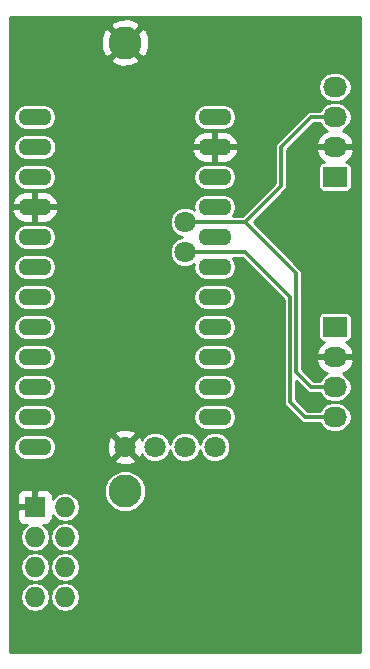
<source format=gbl>
G04 #@! TF.FileFunction,Copper,L2,Bot,Signal*
%FSLAX46Y46*%
G04 Gerber Fmt 4.6, Leading zero omitted, Abs format (unit mm)*
G04 Created by KiCad (PCBNEW 4.0.2-stable) date 4/1/2016 8:20:13 PM*
%MOMM*%
G01*
G04 APERTURE LIST*
%ADD10C,0.100000*%
%ADD11C,2.800000*%
%ADD12R,1.727200X1.727200*%
%ADD13O,1.727200X1.727200*%
%ADD14R,2.032000X1.727200*%
%ADD15O,2.032000X1.727200*%
%ADD16O,2.800000X1.400000*%
%ADD17C,1.800000*%
%ADD18C,0.300000*%
%ADD19C,0.254000*%
G04 APERTURE END LIST*
D10*
D11*
X109220000Y-112980000D03*
X109220000Y-74980000D03*
D12*
X101600000Y-114300000D03*
D13*
X104140000Y-114300000D03*
X101600000Y-116840000D03*
X104140000Y-116840000D03*
X101600000Y-119380000D03*
X104140000Y-119380000D03*
X101600000Y-121920000D03*
X104140000Y-121920000D03*
D14*
X127000000Y-86360000D03*
D15*
X127000000Y-83820000D03*
X127000000Y-81280000D03*
X127000000Y-78740000D03*
D14*
X127000000Y-99060000D03*
D15*
X127000000Y-101600000D03*
X127000000Y-104140000D03*
X127000000Y-106680000D03*
D16*
X116840000Y-81280000D03*
X101600000Y-81280000D03*
X116840000Y-83820000D03*
X101600000Y-83820000D03*
X116840000Y-86360000D03*
X101600000Y-86360000D03*
X116840000Y-88900000D03*
X101600000Y-88900000D03*
X116840000Y-91440000D03*
X101600000Y-91440000D03*
X116840000Y-93980000D03*
X101600000Y-93980000D03*
X116840000Y-96520000D03*
X101600000Y-96520000D03*
X116840000Y-99060000D03*
X101600000Y-99060000D03*
X116840000Y-101600000D03*
X101600000Y-101600000D03*
X116840000Y-104140000D03*
X101600000Y-104140000D03*
X116840000Y-106680000D03*
X101600000Y-106680000D03*
D17*
X116840000Y-109220000D03*
D16*
X101600000Y-109220000D03*
D17*
X114300000Y-90170000D03*
X114300000Y-92710000D03*
X114300000Y-109220000D03*
X111760000Y-109220000D03*
X109220000Y-109220000D03*
D18*
X127000000Y-81280000D02*
X124968000Y-81280000D01*
X122428000Y-87122000D02*
X119380000Y-90170000D01*
X122428000Y-83820000D02*
X122428000Y-87122000D01*
X124968000Y-81280000D02*
X122428000Y-83820000D01*
X114300000Y-90170000D02*
X119380000Y-90170000D01*
X124968000Y-104140000D02*
X127000000Y-104140000D01*
X123698000Y-102870000D02*
X124968000Y-104140000D01*
X123698000Y-94488000D02*
X123698000Y-102870000D01*
X119380000Y-90170000D02*
X123698000Y-94488000D01*
X114300000Y-92710000D02*
X119380000Y-92710000D01*
X124460000Y-106680000D02*
X127000000Y-106680000D01*
X123190000Y-105410000D02*
X124460000Y-106680000D01*
X123190000Y-96520000D02*
X123190000Y-105410000D01*
X119380000Y-92710000D02*
X123190000Y-96520000D01*
D19*
G36*
X129084000Y-126544000D02*
X99516000Y-126544000D01*
X99516000Y-121920000D01*
X100331017Y-121920000D01*
X100425757Y-122396288D01*
X100695552Y-122800065D01*
X101099329Y-123069860D01*
X101575617Y-123164600D01*
X101624383Y-123164600D01*
X102100671Y-123069860D01*
X102504448Y-122800065D01*
X102774243Y-122396288D01*
X102868983Y-121920000D01*
X102871017Y-121920000D01*
X102965757Y-122396288D01*
X103235552Y-122800065D01*
X103639329Y-123069860D01*
X104115617Y-123164600D01*
X104164383Y-123164600D01*
X104640671Y-123069860D01*
X105044448Y-122800065D01*
X105314243Y-122396288D01*
X105408983Y-121920000D01*
X105314243Y-121443712D01*
X105044448Y-121039935D01*
X104640671Y-120770140D01*
X104164383Y-120675400D01*
X104115617Y-120675400D01*
X103639329Y-120770140D01*
X103235552Y-121039935D01*
X102965757Y-121443712D01*
X102871017Y-121920000D01*
X102868983Y-121920000D01*
X102774243Y-121443712D01*
X102504448Y-121039935D01*
X102100671Y-120770140D01*
X101624383Y-120675400D01*
X101575617Y-120675400D01*
X101099329Y-120770140D01*
X100695552Y-121039935D01*
X100425757Y-121443712D01*
X100331017Y-121920000D01*
X99516000Y-121920000D01*
X99516000Y-119380000D01*
X100331017Y-119380000D01*
X100425757Y-119856288D01*
X100695552Y-120260065D01*
X101099329Y-120529860D01*
X101575617Y-120624600D01*
X101624383Y-120624600D01*
X102100671Y-120529860D01*
X102504448Y-120260065D01*
X102774243Y-119856288D01*
X102868983Y-119380000D01*
X102871017Y-119380000D01*
X102965757Y-119856288D01*
X103235552Y-120260065D01*
X103639329Y-120529860D01*
X104115617Y-120624600D01*
X104164383Y-120624600D01*
X104640671Y-120529860D01*
X105044448Y-120260065D01*
X105314243Y-119856288D01*
X105408983Y-119380000D01*
X105314243Y-118903712D01*
X105044448Y-118499935D01*
X104640671Y-118230140D01*
X104164383Y-118135400D01*
X104115617Y-118135400D01*
X103639329Y-118230140D01*
X103235552Y-118499935D01*
X102965757Y-118903712D01*
X102871017Y-119380000D01*
X102868983Y-119380000D01*
X102774243Y-118903712D01*
X102504448Y-118499935D01*
X102100671Y-118230140D01*
X101624383Y-118135400D01*
X101575617Y-118135400D01*
X101099329Y-118230140D01*
X100695552Y-118499935D01*
X100425757Y-118903712D01*
X100331017Y-119380000D01*
X99516000Y-119380000D01*
X99516000Y-114585750D01*
X100101400Y-114585750D01*
X100101400Y-115289910D01*
X100198073Y-115523299D01*
X100376702Y-115701927D01*
X100610091Y-115798600D01*
X100937007Y-115798600D01*
X100695552Y-115959935D01*
X100425757Y-116363712D01*
X100331017Y-116840000D01*
X100425757Y-117316288D01*
X100695552Y-117720065D01*
X101099329Y-117989860D01*
X101575617Y-118084600D01*
X101624383Y-118084600D01*
X102100671Y-117989860D01*
X102504448Y-117720065D01*
X102774243Y-117316288D01*
X102868983Y-116840000D01*
X102871017Y-116840000D01*
X102965757Y-117316288D01*
X103235552Y-117720065D01*
X103639329Y-117989860D01*
X104115617Y-118084600D01*
X104164383Y-118084600D01*
X104640671Y-117989860D01*
X105044448Y-117720065D01*
X105314243Y-117316288D01*
X105408983Y-116840000D01*
X105314243Y-116363712D01*
X105044448Y-115959935D01*
X104640671Y-115690140D01*
X104164383Y-115595400D01*
X104115617Y-115595400D01*
X103639329Y-115690140D01*
X103235552Y-115959935D01*
X102965757Y-116363712D01*
X102871017Y-116840000D01*
X102868983Y-116840000D01*
X102774243Y-116363712D01*
X102504448Y-115959935D01*
X102262993Y-115798600D01*
X102589909Y-115798600D01*
X102823298Y-115701927D01*
X103001927Y-115523299D01*
X103098600Y-115289910D01*
X103098600Y-114975102D01*
X103235552Y-115180065D01*
X103639329Y-115449860D01*
X104115617Y-115544600D01*
X104164383Y-115544600D01*
X104640671Y-115449860D01*
X105044448Y-115180065D01*
X105314243Y-114776288D01*
X105408983Y-114300000D01*
X105314243Y-113823712D01*
X105044448Y-113419935D01*
X104913905Y-113332709D01*
X107438691Y-113332709D01*
X107709261Y-113987538D01*
X108209827Y-114488978D01*
X108864183Y-114760690D01*
X109572709Y-114761309D01*
X110227538Y-114490739D01*
X110728978Y-113990173D01*
X111000690Y-113335817D01*
X111001309Y-112627291D01*
X110730739Y-111972462D01*
X110230173Y-111471022D01*
X109575817Y-111199310D01*
X108867291Y-111198691D01*
X108212462Y-111469261D01*
X107711022Y-111969827D01*
X107439310Y-112624183D01*
X107438691Y-113332709D01*
X104913905Y-113332709D01*
X104640671Y-113150140D01*
X104164383Y-113055400D01*
X104115617Y-113055400D01*
X103639329Y-113150140D01*
X103235552Y-113419935D01*
X103098600Y-113624898D01*
X103098600Y-113310090D01*
X103001927Y-113076701D01*
X102823298Y-112898073D01*
X102589909Y-112801400D01*
X101885750Y-112801400D01*
X101727000Y-112960150D01*
X101727000Y-114173000D01*
X101747000Y-114173000D01*
X101747000Y-114427000D01*
X101727000Y-114427000D01*
X101727000Y-114447000D01*
X101473000Y-114447000D01*
X101473000Y-114427000D01*
X100260150Y-114427000D01*
X100101400Y-114585750D01*
X99516000Y-114585750D01*
X99516000Y-113310090D01*
X100101400Y-113310090D01*
X100101400Y-114014250D01*
X100260150Y-114173000D01*
X101473000Y-114173000D01*
X101473000Y-112960150D01*
X101314250Y-112801400D01*
X100610091Y-112801400D01*
X100376702Y-112898073D01*
X100198073Y-113076701D01*
X100101400Y-113310090D01*
X99516000Y-113310090D01*
X99516000Y-109220000D01*
X99784108Y-109220000D01*
X99866394Y-109633681D01*
X100100726Y-109984382D01*
X100451427Y-110218714D01*
X100865108Y-110301000D01*
X102334892Y-110301000D01*
X102339120Y-110300159D01*
X108319446Y-110300159D01*
X108405852Y-110556643D01*
X108979336Y-110766458D01*
X109589460Y-110740839D01*
X110034148Y-110556643D01*
X110120554Y-110300159D01*
X109220000Y-109399605D01*
X108319446Y-110300159D01*
X102339120Y-110300159D01*
X102748573Y-110218714D01*
X103099274Y-109984382D01*
X103333606Y-109633681D01*
X103415892Y-109220000D01*
X103368022Y-108979336D01*
X107673542Y-108979336D01*
X107699161Y-109589460D01*
X107883357Y-110034148D01*
X108139841Y-110120554D01*
X109040395Y-109220000D01*
X109399605Y-109220000D01*
X110300159Y-110120554D01*
X110556643Y-110034148D01*
X110628830Y-109836841D01*
X110673388Y-109944680D01*
X111033425Y-110305345D01*
X111504076Y-110500777D01*
X112013689Y-110501222D01*
X112484680Y-110306612D01*
X112845345Y-109946575D01*
X113030213Y-109501364D01*
X113213388Y-109944680D01*
X113573425Y-110305345D01*
X114044076Y-110500777D01*
X114553689Y-110501222D01*
X115024680Y-110306612D01*
X115385345Y-109946575D01*
X115570213Y-109501364D01*
X115753388Y-109944680D01*
X116113425Y-110305345D01*
X116584076Y-110500777D01*
X117093689Y-110501222D01*
X117564680Y-110306612D01*
X117925345Y-109946575D01*
X118120777Y-109475924D01*
X118121222Y-108966311D01*
X117926612Y-108495320D01*
X117566575Y-108134655D01*
X117095924Y-107939223D01*
X116586311Y-107938778D01*
X116115320Y-108133388D01*
X115754655Y-108493425D01*
X115569787Y-108938636D01*
X115386612Y-108495320D01*
X115026575Y-108134655D01*
X114555924Y-107939223D01*
X114046311Y-107938778D01*
X113575320Y-108133388D01*
X113214655Y-108493425D01*
X113029787Y-108938636D01*
X112846612Y-108495320D01*
X112486575Y-108134655D01*
X112015924Y-107939223D01*
X111506311Y-107938778D01*
X111035320Y-108133388D01*
X110674655Y-108493425D01*
X110633736Y-108591970D01*
X110556643Y-108405852D01*
X110300159Y-108319446D01*
X109399605Y-109220000D01*
X109040395Y-109220000D01*
X108139841Y-108319446D01*
X107883357Y-108405852D01*
X107673542Y-108979336D01*
X103368022Y-108979336D01*
X103333606Y-108806319D01*
X103099274Y-108455618D01*
X102748573Y-108221286D01*
X102339121Y-108139841D01*
X108319446Y-108139841D01*
X109220000Y-109040395D01*
X110120554Y-108139841D01*
X110034148Y-107883357D01*
X109460664Y-107673542D01*
X108850540Y-107699161D01*
X108405852Y-107883357D01*
X108319446Y-108139841D01*
X102339121Y-108139841D01*
X102334892Y-108139000D01*
X100865108Y-108139000D01*
X100451427Y-108221286D01*
X100100726Y-108455618D01*
X99866394Y-108806319D01*
X99784108Y-109220000D01*
X99516000Y-109220000D01*
X99516000Y-106680000D01*
X99784108Y-106680000D01*
X99866394Y-107093681D01*
X100100726Y-107444382D01*
X100451427Y-107678714D01*
X100865108Y-107761000D01*
X102334892Y-107761000D01*
X102748573Y-107678714D01*
X103099274Y-107444382D01*
X103333606Y-107093681D01*
X103415892Y-106680000D01*
X115024108Y-106680000D01*
X115106394Y-107093681D01*
X115340726Y-107444382D01*
X115691427Y-107678714D01*
X116105108Y-107761000D01*
X117574892Y-107761000D01*
X117988573Y-107678714D01*
X118339274Y-107444382D01*
X118573606Y-107093681D01*
X118655892Y-106680000D01*
X118573606Y-106266319D01*
X118339274Y-105915618D01*
X117988573Y-105681286D01*
X117574892Y-105599000D01*
X116105108Y-105599000D01*
X115691427Y-105681286D01*
X115340726Y-105915618D01*
X115106394Y-106266319D01*
X115024108Y-106680000D01*
X103415892Y-106680000D01*
X103333606Y-106266319D01*
X103099274Y-105915618D01*
X102748573Y-105681286D01*
X102334892Y-105599000D01*
X100865108Y-105599000D01*
X100451427Y-105681286D01*
X100100726Y-105915618D01*
X99866394Y-106266319D01*
X99784108Y-106680000D01*
X99516000Y-106680000D01*
X99516000Y-104140000D01*
X99784108Y-104140000D01*
X99866394Y-104553681D01*
X100100726Y-104904382D01*
X100451427Y-105138714D01*
X100865108Y-105221000D01*
X102334892Y-105221000D01*
X102748573Y-105138714D01*
X103099274Y-104904382D01*
X103333606Y-104553681D01*
X103415892Y-104140000D01*
X115024108Y-104140000D01*
X115106394Y-104553681D01*
X115340726Y-104904382D01*
X115691427Y-105138714D01*
X116105108Y-105221000D01*
X117574892Y-105221000D01*
X117988573Y-105138714D01*
X118339274Y-104904382D01*
X118573606Y-104553681D01*
X118655892Y-104140000D01*
X118573606Y-103726319D01*
X118339274Y-103375618D01*
X117988573Y-103141286D01*
X117574892Y-103059000D01*
X116105108Y-103059000D01*
X115691427Y-103141286D01*
X115340726Y-103375618D01*
X115106394Y-103726319D01*
X115024108Y-104140000D01*
X103415892Y-104140000D01*
X103333606Y-103726319D01*
X103099274Y-103375618D01*
X102748573Y-103141286D01*
X102334892Y-103059000D01*
X100865108Y-103059000D01*
X100451427Y-103141286D01*
X100100726Y-103375618D01*
X99866394Y-103726319D01*
X99784108Y-104140000D01*
X99516000Y-104140000D01*
X99516000Y-101600000D01*
X99784108Y-101600000D01*
X99866394Y-102013681D01*
X100100726Y-102364382D01*
X100451427Y-102598714D01*
X100865108Y-102681000D01*
X102334892Y-102681000D01*
X102748573Y-102598714D01*
X103099274Y-102364382D01*
X103333606Y-102013681D01*
X103415892Y-101600000D01*
X115024108Y-101600000D01*
X115106394Y-102013681D01*
X115340726Y-102364382D01*
X115691427Y-102598714D01*
X116105108Y-102681000D01*
X117574892Y-102681000D01*
X117988573Y-102598714D01*
X118339274Y-102364382D01*
X118573606Y-102013681D01*
X118655892Y-101600000D01*
X118573606Y-101186319D01*
X118339274Y-100835618D01*
X117988573Y-100601286D01*
X117574892Y-100519000D01*
X116105108Y-100519000D01*
X115691427Y-100601286D01*
X115340726Y-100835618D01*
X115106394Y-101186319D01*
X115024108Y-101600000D01*
X103415892Y-101600000D01*
X103333606Y-101186319D01*
X103099274Y-100835618D01*
X102748573Y-100601286D01*
X102334892Y-100519000D01*
X100865108Y-100519000D01*
X100451427Y-100601286D01*
X100100726Y-100835618D01*
X99866394Y-101186319D01*
X99784108Y-101600000D01*
X99516000Y-101600000D01*
X99516000Y-99060000D01*
X99784108Y-99060000D01*
X99866394Y-99473681D01*
X100100726Y-99824382D01*
X100451427Y-100058714D01*
X100865108Y-100141000D01*
X102334892Y-100141000D01*
X102748573Y-100058714D01*
X103099274Y-99824382D01*
X103333606Y-99473681D01*
X103415892Y-99060000D01*
X115024108Y-99060000D01*
X115106394Y-99473681D01*
X115340726Y-99824382D01*
X115691427Y-100058714D01*
X116105108Y-100141000D01*
X117574892Y-100141000D01*
X117988573Y-100058714D01*
X118339274Y-99824382D01*
X118573606Y-99473681D01*
X118655892Y-99060000D01*
X118573606Y-98646319D01*
X118339274Y-98295618D01*
X117988573Y-98061286D01*
X117574892Y-97979000D01*
X116105108Y-97979000D01*
X115691427Y-98061286D01*
X115340726Y-98295618D01*
X115106394Y-98646319D01*
X115024108Y-99060000D01*
X103415892Y-99060000D01*
X103333606Y-98646319D01*
X103099274Y-98295618D01*
X102748573Y-98061286D01*
X102334892Y-97979000D01*
X100865108Y-97979000D01*
X100451427Y-98061286D01*
X100100726Y-98295618D01*
X99866394Y-98646319D01*
X99784108Y-99060000D01*
X99516000Y-99060000D01*
X99516000Y-96520000D01*
X99784108Y-96520000D01*
X99866394Y-96933681D01*
X100100726Y-97284382D01*
X100451427Y-97518714D01*
X100865108Y-97601000D01*
X102334892Y-97601000D01*
X102748573Y-97518714D01*
X103099274Y-97284382D01*
X103333606Y-96933681D01*
X103415892Y-96520000D01*
X115024108Y-96520000D01*
X115106394Y-96933681D01*
X115340726Y-97284382D01*
X115691427Y-97518714D01*
X116105108Y-97601000D01*
X117574892Y-97601000D01*
X117988573Y-97518714D01*
X118339274Y-97284382D01*
X118573606Y-96933681D01*
X118655892Y-96520000D01*
X118573606Y-96106319D01*
X118339274Y-95755618D01*
X117988573Y-95521286D01*
X117574892Y-95439000D01*
X116105108Y-95439000D01*
X115691427Y-95521286D01*
X115340726Y-95755618D01*
X115106394Y-96106319D01*
X115024108Y-96520000D01*
X103415892Y-96520000D01*
X103333606Y-96106319D01*
X103099274Y-95755618D01*
X102748573Y-95521286D01*
X102334892Y-95439000D01*
X100865108Y-95439000D01*
X100451427Y-95521286D01*
X100100726Y-95755618D01*
X99866394Y-96106319D01*
X99784108Y-96520000D01*
X99516000Y-96520000D01*
X99516000Y-93980000D01*
X99784108Y-93980000D01*
X99866394Y-94393681D01*
X100100726Y-94744382D01*
X100451427Y-94978714D01*
X100865108Y-95061000D01*
X102334892Y-95061000D01*
X102748573Y-94978714D01*
X103099274Y-94744382D01*
X103333606Y-94393681D01*
X103415892Y-93980000D01*
X103333606Y-93566319D01*
X103099274Y-93215618D01*
X102748573Y-92981286D01*
X102334892Y-92899000D01*
X100865108Y-92899000D01*
X100451427Y-92981286D01*
X100100726Y-93215618D01*
X99866394Y-93566319D01*
X99784108Y-93980000D01*
X99516000Y-93980000D01*
X99516000Y-91440000D01*
X99784108Y-91440000D01*
X99866394Y-91853681D01*
X100100726Y-92204382D01*
X100451427Y-92438714D01*
X100865108Y-92521000D01*
X102334892Y-92521000D01*
X102748573Y-92438714D01*
X103099274Y-92204382D01*
X103333606Y-91853681D01*
X103415892Y-91440000D01*
X103333606Y-91026319D01*
X103099274Y-90675618D01*
X102748573Y-90441286D01*
X102660107Y-90423689D01*
X113018778Y-90423689D01*
X113213388Y-90894680D01*
X113573425Y-91255345D01*
X114018636Y-91440213D01*
X113575320Y-91623388D01*
X113214655Y-91983425D01*
X113019223Y-92454076D01*
X113018778Y-92963689D01*
X113213388Y-93434680D01*
X113573425Y-93795345D01*
X114044076Y-93990777D01*
X114553689Y-93991222D01*
X115024680Y-93796612D01*
X115069482Y-93751888D01*
X115024108Y-93980000D01*
X115106394Y-94393681D01*
X115340726Y-94744382D01*
X115691427Y-94978714D01*
X116105108Y-95061000D01*
X117574892Y-95061000D01*
X117988573Y-94978714D01*
X118339274Y-94744382D01*
X118573606Y-94393681D01*
X118655892Y-93980000D01*
X118573606Y-93566319D01*
X118356234Y-93241000D01*
X119160052Y-93241000D01*
X122659000Y-96739947D01*
X122659000Y-105410000D01*
X122699420Y-105613205D01*
X122814526Y-105785474D01*
X124084526Y-107055474D01*
X124256795Y-107170580D01*
X124460000Y-107211000D01*
X125706928Y-107211000D01*
X125940166Y-107560065D01*
X126343943Y-107829860D01*
X126820231Y-107924600D01*
X127179769Y-107924600D01*
X127656057Y-107829860D01*
X128059834Y-107560065D01*
X128329629Y-107156288D01*
X128424369Y-106680000D01*
X128329629Y-106203712D01*
X128059834Y-105799935D01*
X127656057Y-105530140D01*
X127179769Y-105435400D01*
X126820231Y-105435400D01*
X126343943Y-105530140D01*
X125940166Y-105799935D01*
X125706928Y-106149000D01*
X124679948Y-106149000D01*
X123721000Y-105190052D01*
X123721000Y-103643948D01*
X124592526Y-104515474D01*
X124764795Y-104630580D01*
X124968000Y-104671000D01*
X125706928Y-104671000D01*
X125940166Y-105020065D01*
X126343943Y-105289860D01*
X126820231Y-105384600D01*
X127179769Y-105384600D01*
X127656057Y-105289860D01*
X128059834Y-105020065D01*
X128329629Y-104616288D01*
X128424369Y-104140000D01*
X128329629Y-103663712D01*
X128059834Y-103259935D01*
X127656057Y-102990140D01*
X127641757Y-102987296D01*
X127914320Y-102891954D01*
X128350732Y-102502036D01*
X128604709Y-101974791D01*
X128607358Y-101959026D01*
X128486217Y-101727000D01*
X127127000Y-101727000D01*
X127127000Y-101747000D01*
X126873000Y-101747000D01*
X126873000Y-101727000D01*
X125513783Y-101727000D01*
X125392642Y-101959026D01*
X125395291Y-101974791D01*
X125649268Y-102502036D01*
X126085680Y-102891954D01*
X126358243Y-102987296D01*
X126343943Y-102990140D01*
X125940166Y-103259935D01*
X125706928Y-103609000D01*
X125187948Y-103609000D01*
X124229000Y-102650052D01*
X124229000Y-101240974D01*
X125392642Y-101240974D01*
X125513783Y-101473000D01*
X126873000Y-101473000D01*
X126873000Y-101453000D01*
X127127000Y-101453000D01*
X127127000Y-101473000D01*
X128486217Y-101473000D01*
X128607358Y-101240974D01*
X128604709Y-101225209D01*
X128350732Y-100697964D01*
X127918817Y-100312064D01*
X128016000Y-100312064D01*
X128157190Y-100285497D01*
X128286865Y-100202054D01*
X128373859Y-100074734D01*
X128404464Y-99923600D01*
X128404464Y-98196400D01*
X128377897Y-98055210D01*
X128294454Y-97925535D01*
X128167134Y-97838541D01*
X128016000Y-97807936D01*
X125984000Y-97807936D01*
X125842810Y-97834503D01*
X125713135Y-97917946D01*
X125626141Y-98045266D01*
X125595536Y-98196400D01*
X125595536Y-99923600D01*
X125622103Y-100064790D01*
X125705546Y-100194465D01*
X125832866Y-100281459D01*
X125984000Y-100312064D01*
X126081183Y-100312064D01*
X125649268Y-100697964D01*
X125395291Y-101225209D01*
X125392642Y-101240974D01*
X124229000Y-101240974D01*
X124229000Y-94488000D01*
X124188580Y-94284795D01*
X124073474Y-94112526D01*
X120130948Y-90170000D01*
X122803474Y-87497474D01*
X122918580Y-87325205D01*
X122959000Y-87122000D01*
X122959000Y-84179026D01*
X125392642Y-84179026D01*
X125395291Y-84194791D01*
X125649268Y-84722036D01*
X126081183Y-85107936D01*
X125984000Y-85107936D01*
X125842810Y-85134503D01*
X125713135Y-85217946D01*
X125626141Y-85345266D01*
X125595536Y-85496400D01*
X125595536Y-87223600D01*
X125622103Y-87364790D01*
X125705546Y-87494465D01*
X125832866Y-87581459D01*
X125984000Y-87612064D01*
X128016000Y-87612064D01*
X128157190Y-87585497D01*
X128286865Y-87502054D01*
X128373859Y-87374734D01*
X128404464Y-87223600D01*
X128404464Y-85496400D01*
X128377897Y-85355210D01*
X128294454Y-85225535D01*
X128167134Y-85138541D01*
X128016000Y-85107936D01*
X127918817Y-85107936D01*
X128350732Y-84722036D01*
X128604709Y-84194791D01*
X128607358Y-84179026D01*
X128486217Y-83947000D01*
X127127000Y-83947000D01*
X127127000Y-83967000D01*
X126873000Y-83967000D01*
X126873000Y-83947000D01*
X125513783Y-83947000D01*
X125392642Y-84179026D01*
X122959000Y-84179026D01*
X122959000Y-84039948D01*
X125187947Y-81811000D01*
X125706928Y-81811000D01*
X125940166Y-82160065D01*
X126343943Y-82429860D01*
X126358243Y-82432704D01*
X126085680Y-82528046D01*
X125649268Y-82917964D01*
X125395291Y-83445209D01*
X125392642Y-83460974D01*
X125513783Y-83693000D01*
X126873000Y-83693000D01*
X126873000Y-83673000D01*
X127127000Y-83673000D01*
X127127000Y-83693000D01*
X128486217Y-83693000D01*
X128607358Y-83460974D01*
X128604709Y-83445209D01*
X128350732Y-82917964D01*
X127914320Y-82528046D01*
X127641757Y-82432704D01*
X127656057Y-82429860D01*
X128059834Y-82160065D01*
X128329629Y-81756288D01*
X128424369Y-81280000D01*
X128329629Y-80803712D01*
X128059834Y-80399935D01*
X127656057Y-80130140D01*
X127179769Y-80035400D01*
X126820231Y-80035400D01*
X126343943Y-80130140D01*
X125940166Y-80399935D01*
X125706928Y-80749000D01*
X124968000Y-80749000D01*
X124764795Y-80789420D01*
X124592526Y-80904526D01*
X124592524Y-80904529D01*
X122052526Y-83444526D01*
X121937420Y-83616795D01*
X121897000Y-83820000D01*
X121897000Y-86902052D01*
X119160052Y-89639000D01*
X118356234Y-89639000D01*
X118573606Y-89313681D01*
X118655892Y-88900000D01*
X118573606Y-88486319D01*
X118339274Y-88135618D01*
X117988573Y-87901286D01*
X117574892Y-87819000D01*
X116105108Y-87819000D01*
X115691427Y-87901286D01*
X115340726Y-88135618D01*
X115106394Y-88486319D01*
X115024108Y-88900000D01*
X115069364Y-89127519D01*
X115026575Y-89084655D01*
X114555924Y-88889223D01*
X114046311Y-88888778D01*
X113575320Y-89083388D01*
X113214655Y-89443425D01*
X113019223Y-89914076D01*
X113018778Y-90423689D01*
X102660107Y-90423689D01*
X102334892Y-90359000D01*
X100865108Y-90359000D01*
X100451427Y-90441286D01*
X100100726Y-90675618D01*
X99866394Y-91026319D01*
X99784108Y-91440000D01*
X99516000Y-91440000D01*
X99516000Y-89233329D01*
X99607284Y-89233329D01*
X99618020Y-89293550D01*
X99866210Y-89754185D01*
X100271785Y-90084778D01*
X100773000Y-90235000D01*
X101473000Y-90235000D01*
X101473000Y-89027000D01*
X101727000Y-89027000D01*
X101727000Y-90235000D01*
X102427000Y-90235000D01*
X102928215Y-90084778D01*
X103333790Y-89754185D01*
X103581980Y-89293550D01*
X103592716Y-89233329D01*
X103469374Y-89027000D01*
X101727000Y-89027000D01*
X101473000Y-89027000D01*
X99730626Y-89027000D01*
X99607284Y-89233329D01*
X99516000Y-89233329D01*
X99516000Y-88566671D01*
X99607284Y-88566671D01*
X99730626Y-88773000D01*
X101473000Y-88773000D01*
X101473000Y-87565000D01*
X101727000Y-87565000D01*
X101727000Y-88773000D01*
X103469374Y-88773000D01*
X103592716Y-88566671D01*
X103581980Y-88506450D01*
X103333790Y-88045815D01*
X102928215Y-87715222D01*
X102427000Y-87565000D01*
X101727000Y-87565000D01*
X101473000Y-87565000D01*
X100773000Y-87565000D01*
X100271785Y-87715222D01*
X99866210Y-88045815D01*
X99618020Y-88506450D01*
X99607284Y-88566671D01*
X99516000Y-88566671D01*
X99516000Y-86360000D01*
X99784108Y-86360000D01*
X99866394Y-86773681D01*
X100100726Y-87124382D01*
X100451427Y-87358714D01*
X100865108Y-87441000D01*
X102334892Y-87441000D01*
X102748573Y-87358714D01*
X103099274Y-87124382D01*
X103333606Y-86773681D01*
X103415892Y-86360000D01*
X115024108Y-86360000D01*
X115106394Y-86773681D01*
X115340726Y-87124382D01*
X115691427Y-87358714D01*
X116105108Y-87441000D01*
X117574892Y-87441000D01*
X117988573Y-87358714D01*
X118339274Y-87124382D01*
X118573606Y-86773681D01*
X118655892Y-86360000D01*
X118573606Y-85946319D01*
X118339274Y-85595618D01*
X117988573Y-85361286D01*
X117574892Y-85279000D01*
X116105108Y-85279000D01*
X115691427Y-85361286D01*
X115340726Y-85595618D01*
X115106394Y-85946319D01*
X115024108Y-86360000D01*
X103415892Y-86360000D01*
X103333606Y-85946319D01*
X103099274Y-85595618D01*
X102748573Y-85361286D01*
X102334892Y-85279000D01*
X100865108Y-85279000D01*
X100451427Y-85361286D01*
X100100726Y-85595618D01*
X99866394Y-85946319D01*
X99784108Y-86360000D01*
X99516000Y-86360000D01*
X99516000Y-83820000D01*
X99784108Y-83820000D01*
X99866394Y-84233681D01*
X100100726Y-84584382D01*
X100451427Y-84818714D01*
X100865108Y-84901000D01*
X102334892Y-84901000D01*
X102748573Y-84818714D01*
X103099274Y-84584382D01*
X103333606Y-84233681D01*
X103349588Y-84153329D01*
X114847284Y-84153329D01*
X114858020Y-84213550D01*
X115106210Y-84674185D01*
X115511785Y-85004778D01*
X116013000Y-85155000D01*
X116713000Y-85155000D01*
X116713000Y-83947000D01*
X116967000Y-83947000D01*
X116967000Y-85155000D01*
X117667000Y-85155000D01*
X118168215Y-85004778D01*
X118573790Y-84674185D01*
X118821980Y-84213550D01*
X118832716Y-84153329D01*
X118709374Y-83947000D01*
X116967000Y-83947000D01*
X116713000Y-83947000D01*
X114970626Y-83947000D01*
X114847284Y-84153329D01*
X103349588Y-84153329D01*
X103415892Y-83820000D01*
X103349589Y-83486671D01*
X114847284Y-83486671D01*
X114970626Y-83693000D01*
X116713000Y-83693000D01*
X116713000Y-82485000D01*
X116967000Y-82485000D01*
X116967000Y-83693000D01*
X118709374Y-83693000D01*
X118832716Y-83486671D01*
X118821980Y-83426450D01*
X118573790Y-82965815D01*
X118168215Y-82635222D01*
X117667000Y-82485000D01*
X116967000Y-82485000D01*
X116713000Y-82485000D01*
X116013000Y-82485000D01*
X115511785Y-82635222D01*
X115106210Y-82965815D01*
X114858020Y-83426450D01*
X114847284Y-83486671D01*
X103349589Y-83486671D01*
X103333606Y-83406319D01*
X103099274Y-83055618D01*
X102748573Y-82821286D01*
X102334892Y-82739000D01*
X100865108Y-82739000D01*
X100451427Y-82821286D01*
X100100726Y-83055618D01*
X99866394Y-83406319D01*
X99784108Y-83820000D01*
X99516000Y-83820000D01*
X99516000Y-81280000D01*
X99784108Y-81280000D01*
X99866394Y-81693681D01*
X100100726Y-82044382D01*
X100451427Y-82278714D01*
X100865108Y-82361000D01*
X102334892Y-82361000D01*
X102748573Y-82278714D01*
X103099274Y-82044382D01*
X103333606Y-81693681D01*
X103415892Y-81280000D01*
X115024108Y-81280000D01*
X115106394Y-81693681D01*
X115340726Y-82044382D01*
X115691427Y-82278714D01*
X116105108Y-82361000D01*
X117574892Y-82361000D01*
X117988573Y-82278714D01*
X118339274Y-82044382D01*
X118573606Y-81693681D01*
X118655892Y-81280000D01*
X118573606Y-80866319D01*
X118339274Y-80515618D01*
X117988573Y-80281286D01*
X117574892Y-80199000D01*
X116105108Y-80199000D01*
X115691427Y-80281286D01*
X115340726Y-80515618D01*
X115106394Y-80866319D01*
X115024108Y-81280000D01*
X103415892Y-81280000D01*
X103333606Y-80866319D01*
X103099274Y-80515618D01*
X102748573Y-80281286D01*
X102334892Y-80199000D01*
X100865108Y-80199000D01*
X100451427Y-80281286D01*
X100100726Y-80515618D01*
X99866394Y-80866319D01*
X99784108Y-81280000D01*
X99516000Y-81280000D01*
X99516000Y-78740000D01*
X125575631Y-78740000D01*
X125670371Y-79216288D01*
X125940166Y-79620065D01*
X126343943Y-79889860D01*
X126820231Y-79984600D01*
X127179769Y-79984600D01*
X127656057Y-79889860D01*
X128059834Y-79620065D01*
X128329629Y-79216288D01*
X128424369Y-78740000D01*
X128329629Y-78263712D01*
X128059834Y-77859935D01*
X127656057Y-77590140D01*
X127179769Y-77495400D01*
X126820231Y-77495400D01*
X126343943Y-77590140D01*
X125940166Y-77859935D01*
X125670371Y-78263712D01*
X125575631Y-78740000D01*
X99516000Y-78740000D01*
X99516000Y-76421724D01*
X107957882Y-76421724D01*
X108105455Y-76730106D01*
X108860031Y-77023405D01*
X109669409Y-77005614D01*
X110334545Y-76730106D01*
X110482118Y-76421724D01*
X109220000Y-75159605D01*
X107957882Y-76421724D01*
X99516000Y-76421724D01*
X99516000Y-74620031D01*
X107176595Y-74620031D01*
X107194386Y-75429409D01*
X107469894Y-76094545D01*
X107778276Y-76242118D01*
X109040395Y-74980000D01*
X109399605Y-74980000D01*
X110661724Y-76242118D01*
X110970106Y-76094545D01*
X111263405Y-75339969D01*
X111245614Y-74530591D01*
X110970106Y-73865455D01*
X110661724Y-73717882D01*
X109399605Y-74980000D01*
X109040395Y-74980000D01*
X107778276Y-73717882D01*
X107469894Y-73865455D01*
X107176595Y-74620031D01*
X99516000Y-74620031D01*
X99516000Y-73538276D01*
X107957882Y-73538276D01*
X109220000Y-74800395D01*
X110482118Y-73538276D01*
X110334545Y-73229894D01*
X109579969Y-72936595D01*
X108770591Y-72954386D01*
X108105455Y-73229894D01*
X107957882Y-73538276D01*
X99516000Y-73538276D01*
X99516000Y-72846000D01*
X129084000Y-72846000D01*
X129084000Y-126544000D01*
X129084000Y-126544000D01*
G37*
X129084000Y-126544000D02*
X99516000Y-126544000D01*
X99516000Y-121920000D01*
X100331017Y-121920000D01*
X100425757Y-122396288D01*
X100695552Y-122800065D01*
X101099329Y-123069860D01*
X101575617Y-123164600D01*
X101624383Y-123164600D01*
X102100671Y-123069860D01*
X102504448Y-122800065D01*
X102774243Y-122396288D01*
X102868983Y-121920000D01*
X102871017Y-121920000D01*
X102965757Y-122396288D01*
X103235552Y-122800065D01*
X103639329Y-123069860D01*
X104115617Y-123164600D01*
X104164383Y-123164600D01*
X104640671Y-123069860D01*
X105044448Y-122800065D01*
X105314243Y-122396288D01*
X105408983Y-121920000D01*
X105314243Y-121443712D01*
X105044448Y-121039935D01*
X104640671Y-120770140D01*
X104164383Y-120675400D01*
X104115617Y-120675400D01*
X103639329Y-120770140D01*
X103235552Y-121039935D01*
X102965757Y-121443712D01*
X102871017Y-121920000D01*
X102868983Y-121920000D01*
X102774243Y-121443712D01*
X102504448Y-121039935D01*
X102100671Y-120770140D01*
X101624383Y-120675400D01*
X101575617Y-120675400D01*
X101099329Y-120770140D01*
X100695552Y-121039935D01*
X100425757Y-121443712D01*
X100331017Y-121920000D01*
X99516000Y-121920000D01*
X99516000Y-119380000D01*
X100331017Y-119380000D01*
X100425757Y-119856288D01*
X100695552Y-120260065D01*
X101099329Y-120529860D01*
X101575617Y-120624600D01*
X101624383Y-120624600D01*
X102100671Y-120529860D01*
X102504448Y-120260065D01*
X102774243Y-119856288D01*
X102868983Y-119380000D01*
X102871017Y-119380000D01*
X102965757Y-119856288D01*
X103235552Y-120260065D01*
X103639329Y-120529860D01*
X104115617Y-120624600D01*
X104164383Y-120624600D01*
X104640671Y-120529860D01*
X105044448Y-120260065D01*
X105314243Y-119856288D01*
X105408983Y-119380000D01*
X105314243Y-118903712D01*
X105044448Y-118499935D01*
X104640671Y-118230140D01*
X104164383Y-118135400D01*
X104115617Y-118135400D01*
X103639329Y-118230140D01*
X103235552Y-118499935D01*
X102965757Y-118903712D01*
X102871017Y-119380000D01*
X102868983Y-119380000D01*
X102774243Y-118903712D01*
X102504448Y-118499935D01*
X102100671Y-118230140D01*
X101624383Y-118135400D01*
X101575617Y-118135400D01*
X101099329Y-118230140D01*
X100695552Y-118499935D01*
X100425757Y-118903712D01*
X100331017Y-119380000D01*
X99516000Y-119380000D01*
X99516000Y-114585750D01*
X100101400Y-114585750D01*
X100101400Y-115289910D01*
X100198073Y-115523299D01*
X100376702Y-115701927D01*
X100610091Y-115798600D01*
X100937007Y-115798600D01*
X100695552Y-115959935D01*
X100425757Y-116363712D01*
X100331017Y-116840000D01*
X100425757Y-117316288D01*
X100695552Y-117720065D01*
X101099329Y-117989860D01*
X101575617Y-118084600D01*
X101624383Y-118084600D01*
X102100671Y-117989860D01*
X102504448Y-117720065D01*
X102774243Y-117316288D01*
X102868983Y-116840000D01*
X102871017Y-116840000D01*
X102965757Y-117316288D01*
X103235552Y-117720065D01*
X103639329Y-117989860D01*
X104115617Y-118084600D01*
X104164383Y-118084600D01*
X104640671Y-117989860D01*
X105044448Y-117720065D01*
X105314243Y-117316288D01*
X105408983Y-116840000D01*
X105314243Y-116363712D01*
X105044448Y-115959935D01*
X104640671Y-115690140D01*
X104164383Y-115595400D01*
X104115617Y-115595400D01*
X103639329Y-115690140D01*
X103235552Y-115959935D01*
X102965757Y-116363712D01*
X102871017Y-116840000D01*
X102868983Y-116840000D01*
X102774243Y-116363712D01*
X102504448Y-115959935D01*
X102262993Y-115798600D01*
X102589909Y-115798600D01*
X102823298Y-115701927D01*
X103001927Y-115523299D01*
X103098600Y-115289910D01*
X103098600Y-114975102D01*
X103235552Y-115180065D01*
X103639329Y-115449860D01*
X104115617Y-115544600D01*
X104164383Y-115544600D01*
X104640671Y-115449860D01*
X105044448Y-115180065D01*
X105314243Y-114776288D01*
X105408983Y-114300000D01*
X105314243Y-113823712D01*
X105044448Y-113419935D01*
X104913905Y-113332709D01*
X107438691Y-113332709D01*
X107709261Y-113987538D01*
X108209827Y-114488978D01*
X108864183Y-114760690D01*
X109572709Y-114761309D01*
X110227538Y-114490739D01*
X110728978Y-113990173D01*
X111000690Y-113335817D01*
X111001309Y-112627291D01*
X110730739Y-111972462D01*
X110230173Y-111471022D01*
X109575817Y-111199310D01*
X108867291Y-111198691D01*
X108212462Y-111469261D01*
X107711022Y-111969827D01*
X107439310Y-112624183D01*
X107438691Y-113332709D01*
X104913905Y-113332709D01*
X104640671Y-113150140D01*
X104164383Y-113055400D01*
X104115617Y-113055400D01*
X103639329Y-113150140D01*
X103235552Y-113419935D01*
X103098600Y-113624898D01*
X103098600Y-113310090D01*
X103001927Y-113076701D01*
X102823298Y-112898073D01*
X102589909Y-112801400D01*
X101885750Y-112801400D01*
X101727000Y-112960150D01*
X101727000Y-114173000D01*
X101747000Y-114173000D01*
X101747000Y-114427000D01*
X101727000Y-114427000D01*
X101727000Y-114447000D01*
X101473000Y-114447000D01*
X101473000Y-114427000D01*
X100260150Y-114427000D01*
X100101400Y-114585750D01*
X99516000Y-114585750D01*
X99516000Y-113310090D01*
X100101400Y-113310090D01*
X100101400Y-114014250D01*
X100260150Y-114173000D01*
X101473000Y-114173000D01*
X101473000Y-112960150D01*
X101314250Y-112801400D01*
X100610091Y-112801400D01*
X100376702Y-112898073D01*
X100198073Y-113076701D01*
X100101400Y-113310090D01*
X99516000Y-113310090D01*
X99516000Y-109220000D01*
X99784108Y-109220000D01*
X99866394Y-109633681D01*
X100100726Y-109984382D01*
X100451427Y-110218714D01*
X100865108Y-110301000D01*
X102334892Y-110301000D01*
X102339120Y-110300159D01*
X108319446Y-110300159D01*
X108405852Y-110556643D01*
X108979336Y-110766458D01*
X109589460Y-110740839D01*
X110034148Y-110556643D01*
X110120554Y-110300159D01*
X109220000Y-109399605D01*
X108319446Y-110300159D01*
X102339120Y-110300159D01*
X102748573Y-110218714D01*
X103099274Y-109984382D01*
X103333606Y-109633681D01*
X103415892Y-109220000D01*
X103368022Y-108979336D01*
X107673542Y-108979336D01*
X107699161Y-109589460D01*
X107883357Y-110034148D01*
X108139841Y-110120554D01*
X109040395Y-109220000D01*
X109399605Y-109220000D01*
X110300159Y-110120554D01*
X110556643Y-110034148D01*
X110628830Y-109836841D01*
X110673388Y-109944680D01*
X111033425Y-110305345D01*
X111504076Y-110500777D01*
X112013689Y-110501222D01*
X112484680Y-110306612D01*
X112845345Y-109946575D01*
X113030213Y-109501364D01*
X113213388Y-109944680D01*
X113573425Y-110305345D01*
X114044076Y-110500777D01*
X114553689Y-110501222D01*
X115024680Y-110306612D01*
X115385345Y-109946575D01*
X115570213Y-109501364D01*
X115753388Y-109944680D01*
X116113425Y-110305345D01*
X116584076Y-110500777D01*
X117093689Y-110501222D01*
X117564680Y-110306612D01*
X117925345Y-109946575D01*
X118120777Y-109475924D01*
X118121222Y-108966311D01*
X117926612Y-108495320D01*
X117566575Y-108134655D01*
X117095924Y-107939223D01*
X116586311Y-107938778D01*
X116115320Y-108133388D01*
X115754655Y-108493425D01*
X115569787Y-108938636D01*
X115386612Y-108495320D01*
X115026575Y-108134655D01*
X114555924Y-107939223D01*
X114046311Y-107938778D01*
X113575320Y-108133388D01*
X113214655Y-108493425D01*
X113029787Y-108938636D01*
X112846612Y-108495320D01*
X112486575Y-108134655D01*
X112015924Y-107939223D01*
X111506311Y-107938778D01*
X111035320Y-108133388D01*
X110674655Y-108493425D01*
X110633736Y-108591970D01*
X110556643Y-108405852D01*
X110300159Y-108319446D01*
X109399605Y-109220000D01*
X109040395Y-109220000D01*
X108139841Y-108319446D01*
X107883357Y-108405852D01*
X107673542Y-108979336D01*
X103368022Y-108979336D01*
X103333606Y-108806319D01*
X103099274Y-108455618D01*
X102748573Y-108221286D01*
X102339121Y-108139841D01*
X108319446Y-108139841D01*
X109220000Y-109040395D01*
X110120554Y-108139841D01*
X110034148Y-107883357D01*
X109460664Y-107673542D01*
X108850540Y-107699161D01*
X108405852Y-107883357D01*
X108319446Y-108139841D01*
X102339121Y-108139841D01*
X102334892Y-108139000D01*
X100865108Y-108139000D01*
X100451427Y-108221286D01*
X100100726Y-108455618D01*
X99866394Y-108806319D01*
X99784108Y-109220000D01*
X99516000Y-109220000D01*
X99516000Y-106680000D01*
X99784108Y-106680000D01*
X99866394Y-107093681D01*
X100100726Y-107444382D01*
X100451427Y-107678714D01*
X100865108Y-107761000D01*
X102334892Y-107761000D01*
X102748573Y-107678714D01*
X103099274Y-107444382D01*
X103333606Y-107093681D01*
X103415892Y-106680000D01*
X115024108Y-106680000D01*
X115106394Y-107093681D01*
X115340726Y-107444382D01*
X115691427Y-107678714D01*
X116105108Y-107761000D01*
X117574892Y-107761000D01*
X117988573Y-107678714D01*
X118339274Y-107444382D01*
X118573606Y-107093681D01*
X118655892Y-106680000D01*
X118573606Y-106266319D01*
X118339274Y-105915618D01*
X117988573Y-105681286D01*
X117574892Y-105599000D01*
X116105108Y-105599000D01*
X115691427Y-105681286D01*
X115340726Y-105915618D01*
X115106394Y-106266319D01*
X115024108Y-106680000D01*
X103415892Y-106680000D01*
X103333606Y-106266319D01*
X103099274Y-105915618D01*
X102748573Y-105681286D01*
X102334892Y-105599000D01*
X100865108Y-105599000D01*
X100451427Y-105681286D01*
X100100726Y-105915618D01*
X99866394Y-106266319D01*
X99784108Y-106680000D01*
X99516000Y-106680000D01*
X99516000Y-104140000D01*
X99784108Y-104140000D01*
X99866394Y-104553681D01*
X100100726Y-104904382D01*
X100451427Y-105138714D01*
X100865108Y-105221000D01*
X102334892Y-105221000D01*
X102748573Y-105138714D01*
X103099274Y-104904382D01*
X103333606Y-104553681D01*
X103415892Y-104140000D01*
X115024108Y-104140000D01*
X115106394Y-104553681D01*
X115340726Y-104904382D01*
X115691427Y-105138714D01*
X116105108Y-105221000D01*
X117574892Y-105221000D01*
X117988573Y-105138714D01*
X118339274Y-104904382D01*
X118573606Y-104553681D01*
X118655892Y-104140000D01*
X118573606Y-103726319D01*
X118339274Y-103375618D01*
X117988573Y-103141286D01*
X117574892Y-103059000D01*
X116105108Y-103059000D01*
X115691427Y-103141286D01*
X115340726Y-103375618D01*
X115106394Y-103726319D01*
X115024108Y-104140000D01*
X103415892Y-104140000D01*
X103333606Y-103726319D01*
X103099274Y-103375618D01*
X102748573Y-103141286D01*
X102334892Y-103059000D01*
X100865108Y-103059000D01*
X100451427Y-103141286D01*
X100100726Y-103375618D01*
X99866394Y-103726319D01*
X99784108Y-104140000D01*
X99516000Y-104140000D01*
X99516000Y-101600000D01*
X99784108Y-101600000D01*
X99866394Y-102013681D01*
X100100726Y-102364382D01*
X100451427Y-102598714D01*
X100865108Y-102681000D01*
X102334892Y-102681000D01*
X102748573Y-102598714D01*
X103099274Y-102364382D01*
X103333606Y-102013681D01*
X103415892Y-101600000D01*
X115024108Y-101600000D01*
X115106394Y-102013681D01*
X115340726Y-102364382D01*
X115691427Y-102598714D01*
X116105108Y-102681000D01*
X117574892Y-102681000D01*
X117988573Y-102598714D01*
X118339274Y-102364382D01*
X118573606Y-102013681D01*
X118655892Y-101600000D01*
X118573606Y-101186319D01*
X118339274Y-100835618D01*
X117988573Y-100601286D01*
X117574892Y-100519000D01*
X116105108Y-100519000D01*
X115691427Y-100601286D01*
X115340726Y-100835618D01*
X115106394Y-101186319D01*
X115024108Y-101600000D01*
X103415892Y-101600000D01*
X103333606Y-101186319D01*
X103099274Y-100835618D01*
X102748573Y-100601286D01*
X102334892Y-100519000D01*
X100865108Y-100519000D01*
X100451427Y-100601286D01*
X100100726Y-100835618D01*
X99866394Y-101186319D01*
X99784108Y-101600000D01*
X99516000Y-101600000D01*
X99516000Y-99060000D01*
X99784108Y-99060000D01*
X99866394Y-99473681D01*
X100100726Y-99824382D01*
X100451427Y-100058714D01*
X100865108Y-100141000D01*
X102334892Y-100141000D01*
X102748573Y-100058714D01*
X103099274Y-99824382D01*
X103333606Y-99473681D01*
X103415892Y-99060000D01*
X115024108Y-99060000D01*
X115106394Y-99473681D01*
X115340726Y-99824382D01*
X115691427Y-100058714D01*
X116105108Y-100141000D01*
X117574892Y-100141000D01*
X117988573Y-100058714D01*
X118339274Y-99824382D01*
X118573606Y-99473681D01*
X118655892Y-99060000D01*
X118573606Y-98646319D01*
X118339274Y-98295618D01*
X117988573Y-98061286D01*
X117574892Y-97979000D01*
X116105108Y-97979000D01*
X115691427Y-98061286D01*
X115340726Y-98295618D01*
X115106394Y-98646319D01*
X115024108Y-99060000D01*
X103415892Y-99060000D01*
X103333606Y-98646319D01*
X103099274Y-98295618D01*
X102748573Y-98061286D01*
X102334892Y-97979000D01*
X100865108Y-97979000D01*
X100451427Y-98061286D01*
X100100726Y-98295618D01*
X99866394Y-98646319D01*
X99784108Y-99060000D01*
X99516000Y-99060000D01*
X99516000Y-96520000D01*
X99784108Y-96520000D01*
X99866394Y-96933681D01*
X100100726Y-97284382D01*
X100451427Y-97518714D01*
X100865108Y-97601000D01*
X102334892Y-97601000D01*
X102748573Y-97518714D01*
X103099274Y-97284382D01*
X103333606Y-96933681D01*
X103415892Y-96520000D01*
X115024108Y-96520000D01*
X115106394Y-96933681D01*
X115340726Y-97284382D01*
X115691427Y-97518714D01*
X116105108Y-97601000D01*
X117574892Y-97601000D01*
X117988573Y-97518714D01*
X118339274Y-97284382D01*
X118573606Y-96933681D01*
X118655892Y-96520000D01*
X118573606Y-96106319D01*
X118339274Y-95755618D01*
X117988573Y-95521286D01*
X117574892Y-95439000D01*
X116105108Y-95439000D01*
X115691427Y-95521286D01*
X115340726Y-95755618D01*
X115106394Y-96106319D01*
X115024108Y-96520000D01*
X103415892Y-96520000D01*
X103333606Y-96106319D01*
X103099274Y-95755618D01*
X102748573Y-95521286D01*
X102334892Y-95439000D01*
X100865108Y-95439000D01*
X100451427Y-95521286D01*
X100100726Y-95755618D01*
X99866394Y-96106319D01*
X99784108Y-96520000D01*
X99516000Y-96520000D01*
X99516000Y-93980000D01*
X99784108Y-93980000D01*
X99866394Y-94393681D01*
X100100726Y-94744382D01*
X100451427Y-94978714D01*
X100865108Y-95061000D01*
X102334892Y-95061000D01*
X102748573Y-94978714D01*
X103099274Y-94744382D01*
X103333606Y-94393681D01*
X103415892Y-93980000D01*
X103333606Y-93566319D01*
X103099274Y-93215618D01*
X102748573Y-92981286D01*
X102334892Y-92899000D01*
X100865108Y-92899000D01*
X100451427Y-92981286D01*
X100100726Y-93215618D01*
X99866394Y-93566319D01*
X99784108Y-93980000D01*
X99516000Y-93980000D01*
X99516000Y-91440000D01*
X99784108Y-91440000D01*
X99866394Y-91853681D01*
X100100726Y-92204382D01*
X100451427Y-92438714D01*
X100865108Y-92521000D01*
X102334892Y-92521000D01*
X102748573Y-92438714D01*
X103099274Y-92204382D01*
X103333606Y-91853681D01*
X103415892Y-91440000D01*
X103333606Y-91026319D01*
X103099274Y-90675618D01*
X102748573Y-90441286D01*
X102660107Y-90423689D01*
X113018778Y-90423689D01*
X113213388Y-90894680D01*
X113573425Y-91255345D01*
X114018636Y-91440213D01*
X113575320Y-91623388D01*
X113214655Y-91983425D01*
X113019223Y-92454076D01*
X113018778Y-92963689D01*
X113213388Y-93434680D01*
X113573425Y-93795345D01*
X114044076Y-93990777D01*
X114553689Y-93991222D01*
X115024680Y-93796612D01*
X115069482Y-93751888D01*
X115024108Y-93980000D01*
X115106394Y-94393681D01*
X115340726Y-94744382D01*
X115691427Y-94978714D01*
X116105108Y-95061000D01*
X117574892Y-95061000D01*
X117988573Y-94978714D01*
X118339274Y-94744382D01*
X118573606Y-94393681D01*
X118655892Y-93980000D01*
X118573606Y-93566319D01*
X118356234Y-93241000D01*
X119160052Y-93241000D01*
X122659000Y-96739947D01*
X122659000Y-105410000D01*
X122699420Y-105613205D01*
X122814526Y-105785474D01*
X124084526Y-107055474D01*
X124256795Y-107170580D01*
X124460000Y-107211000D01*
X125706928Y-107211000D01*
X125940166Y-107560065D01*
X126343943Y-107829860D01*
X126820231Y-107924600D01*
X127179769Y-107924600D01*
X127656057Y-107829860D01*
X128059834Y-107560065D01*
X128329629Y-107156288D01*
X128424369Y-106680000D01*
X128329629Y-106203712D01*
X128059834Y-105799935D01*
X127656057Y-105530140D01*
X127179769Y-105435400D01*
X126820231Y-105435400D01*
X126343943Y-105530140D01*
X125940166Y-105799935D01*
X125706928Y-106149000D01*
X124679948Y-106149000D01*
X123721000Y-105190052D01*
X123721000Y-103643948D01*
X124592526Y-104515474D01*
X124764795Y-104630580D01*
X124968000Y-104671000D01*
X125706928Y-104671000D01*
X125940166Y-105020065D01*
X126343943Y-105289860D01*
X126820231Y-105384600D01*
X127179769Y-105384600D01*
X127656057Y-105289860D01*
X128059834Y-105020065D01*
X128329629Y-104616288D01*
X128424369Y-104140000D01*
X128329629Y-103663712D01*
X128059834Y-103259935D01*
X127656057Y-102990140D01*
X127641757Y-102987296D01*
X127914320Y-102891954D01*
X128350732Y-102502036D01*
X128604709Y-101974791D01*
X128607358Y-101959026D01*
X128486217Y-101727000D01*
X127127000Y-101727000D01*
X127127000Y-101747000D01*
X126873000Y-101747000D01*
X126873000Y-101727000D01*
X125513783Y-101727000D01*
X125392642Y-101959026D01*
X125395291Y-101974791D01*
X125649268Y-102502036D01*
X126085680Y-102891954D01*
X126358243Y-102987296D01*
X126343943Y-102990140D01*
X125940166Y-103259935D01*
X125706928Y-103609000D01*
X125187948Y-103609000D01*
X124229000Y-102650052D01*
X124229000Y-101240974D01*
X125392642Y-101240974D01*
X125513783Y-101473000D01*
X126873000Y-101473000D01*
X126873000Y-101453000D01*
X127127000Y-101453000D01*
X127127000Y-101473000D01*
X128486217Y-101473000D01*
X128607358Y-101240974D01*
X128604709Y-101225209D01*
X128350732Y-100697964D01*
X127918817Y-100312064D01*
X128016000Y-100312064D01*
X128157190Y-100285497D01*
X128286865Y-100202054D01*
X128373859Y-100074734D01*
X128404464Y-99923600D01*
X128404464Y-98196400D01*
X128377897Y-98055210D01*
X128294454Y-97925535D01*
X128167134Y-97838541D01*
X128016000Y-97807936D01*
X125984000Y-97807936D01*
X125842810Y-97834503D01*
X125713135Y-97917946D01*
X125626141Y-98045266D01*
X125595536Y-98196400D01*
X125595536Y-99923600D01*
X125622103Y-100064790D01*
X125705546Y-100194465D01*
X125832866Y-100281459D01*
X125984000Y-100312064D01*
X126081183Y-100312064D01*
X125649268Y-100697964D01*
X125395291Y-101225209D01*
X125392642Y-101240974D01*
X124229000Y-101240974D01*
X124229000Y-94488000D01*
X124188580Y-94284795D01*
X124073474Y-94112526D01*
X120130948Y-90170000D01*
X122803474Y-87497474D01*
X122918580Y-87325205D01*
X122959000Y-87122000D01*
X122959000Y-84179026D01*
X125392642Y-84179026D01*
X125395291Y-84194791D01*
X125649268Y-84722036D01*
X126081183Y-85107936D01*
X125984000Y-85107936D01*
X125842810Y-85134503D01*
X125713135Y-85217946D01*
X125626141Y-85345266D01*
X125595536Y-85496400D01*
X125595536Y-87223600D01*
X125622103Y-87364790D01*
X125705546Y-87494465D01*
X125832866Y-87581459D01*
X125984000Y-87612064D01*
X128016000Y-87612064D01*
X128157190Y-87585497D01*
X128286865Y-87502054D01*
X128373859Y-87374734D01*
X128404464Y-87223600D01*
X128404464Y-85496400D01*
X128377897Y-85355210D01*
X128294454Y-85225535D01*
X128167134Y-85138541D01*
X128016000Y-85107936D01*
X127918817Y-85107936D01*
X128350732Y-84722036D01*
X128604709Y-84194791D01*
X128607358Y-84179026D01*
X128486217Y-83947000D01*
X127127000Y-83947000D01*
X127127000Y-83967000D01*
X126873000Y-83967000D01*
X126873000Y-83947000D01*
X125513783Y-83947000D01*
X125392642Y-84179026D01*
X122959000Y-84179026D01*
X122959000Y-84039948D01*
X125187947Y-81811000D01*
X125706928Y-81811000D01*
X125940166Y-82160065D01*
X126343943Y-82429860D01*
X126358243Y-82432704D01*
X126085680Y-82528046D01*
X125649268Y-82917964D01*
X125395291Y-83445209D01*
X125392642Y-83460974D01*
X125513783Y-83693000D01*
X126873000Y-83693000D01*
X126873000Y-83673000D01*
X127127000Y-83673000D01*
X127127000Y-83693000D01*
X128486217Y-83693000D01*
X128607358Y-83460974D01*
X128604709Y-83445209D01*
X128350732Y-82917964D01*
X127914320Y-82528046D01*
X127641757Y-82432704D01*
X127656057Y-82429860D01*
X128059834Y-82160065D01*
X128329629Y-81756288D01*
X128424369Y-81280000D01*
X128329629Y-80803712D01*
X128059834Y-80399935D01*
X127656057Y-80130140D01*
X127179769Y-80035400D01*
X126820231Y-80035400D01*
X126343943Y-80130140D01*
X125940166Y-80399935D01*
X125706928Y-80749000D01*
X124968000Y-80749000D01*
X124764795Y-80789420D01*
X124592526Y-80904526D01*
X124592524Y-80904529D01*
X122052526Y-83444526D01*
X121937420Y-83616795D01*
X121897000Y-83820000D01*
X121897000Y-86902052D01*
X119160052Y-89639000D01*
X118356234Y-89639000D01*
X118573606Y-89313681D01*
X118655892Y-88900000D01*
X118573606Y-88486319D01*
X118339274Y-88135618D01*
X117988573Y-87901286D01*
X117574892Y-87819000D01*
X116105108Y-87819000D01*
X115691427Y-87901286D01*
X115340726Y-88135618D01*
X115106394Y-88486319D01*
X115024108Y-88900000D01*
X115069364Y-89127519D01*
X115026575Y-89084655D01*
X114555924Y-88889223D01*
X114046311Y-88888778D01*
X113575320Y-89083388D01*
X113214655Y-89443425D01*
X113019223Y-89914076D01*
X113018778Y-90423689D01*
X102660107Y-90423689D01*
X102334892Y-90359000D01*
X100865108Y-90359000D01*
X100451427Y-90441286D01*
X100100726Y-90675618D01*
X99866394Y-91026319D01*
X99784108Y-91440000D01*
X99516000Y-91440000D01*
X99516000Y-89233329D01*
X99607284Y-89233329D01*
X99618020Y-89293550D01*
X99866210Y-89754185D01*
X100271785Y-90084778D01*
X100773000Y-90235000D01*
X101473000Y-90235000D01*
X101473000Y-89027000D01*
X101727000Y-89027000D01*
X101727000Y-90235000D01*
X102427000Y-90235000D01*
X102928215Y-90084778D01*
X103333790Y-89754185D01*
X103581980Y-89293550D01*
X103592716Y-89233329D01*
X103469374Y-89027000D01*
X101727000Y-89027000D01*
X101473000Y-89027000D01*
X99730626Y-89027000D01*
X99607284Y-89233329D01*
X99516000Y-89233329D01*
X99516000Y-88566671D01*
X99607284Y-88566671D01*
X99730626Y-88773000D01*
X101473000Y-88773000D01*
X101473000Y-87565000D01*
X101727000Y-87565000D01*
X101727000Y-88773000D01*
X103469374Y-88773000D01*
X103592716Y-88566671D01*
X103581980Y-88506450D01*
X103333790Y-88045815D01*
X102928215Y-87715222D01*
X102427000Y-87565000D01*
X101727000Y-87565000D01*
X101473000Y-87565000D01*
X100773000Y-87565000D01*
X100271785Y-87715222D01*
X99866210Y-88045815D01*
X99618020Y-88506450D01*
X99607284Y-88566671D01*
X99516000Y-88566671D01*
X99516000Y-86360000D01*
X99784108Y-86360000D01*
X99866394Y-86773681D01*
X100100726Y-87124382D01*
X100451427Y-87358714D01*
X100865108Y-87441000D01*
X102334892Y-87441000D01*
X102748573Y-87358714D01*
X103099274Y-87124382D01*
X103333606Y-86773681D01*
X103415892Y-86360000D01*
X115024108Y-86360000D01*
X115106394Y-86773681D01*
X115340726Y-87124382D01*
X115691427Y-87358714D01*
X116105108Y-87441000D01*
X117574892Y-87441000D01*
X117988573Y-87358714D01*
X118339274Y-87124382D01*
X118573606Y-86773681D01*
X118655892Y-86360000D01*
X118573606Y-85946319D01*
X118339274Y-85595618D01*
X117988573Y-85361286D01*
X117574892Y-85279000D01*
X116105108Y-85279000D01*
X115691427Y-85361286D01*
X115340726Y-85595618D01*
X115106394Y-85946319D01*
X115024108Y-86360000D01*
X103415892Y-86360000D01*
X103333606Y-85946319D01*
X103099274Y-85595618D01*
X102748573Y-85361286D01*
X102334892Y-85279000D01*
X100865108Y-85279000D01*
X100451427Y-85361286D01*
X100100726Y-85595618D01*
X99866394Y-85946319D01*
X99784108Y-86360000D01*
X99516000Y-86360000D01*
X99516000Y-83820000D01*
X99784108Y-83820000D01*
X99866394Y-84233681D01*
X100100726Y-84584382D01*
X100451427Y-84818714D01*
X100865108Y-84901000D01*
X102334892Y-84901000D01*
X102748573Y-84818714D01*
X103099274Y-84584382D01*
X103333606Y-84233681D01*
X103349588Y-84153329D01*
X114847284Y-84153329D01*
X114858020Y-84213550D01*
X115106210Y-84674185D01*
X115511785Y-85004778D01*
X116013000Y-85155000D01*
X116713000Y-85155000D01*
X116713000Y-83947000D01*
X116967000Y-83947000D01*
X116967000Y-85155000D01*
X117667000Y-85155000D01*
X118168215Y-85004778D01*
X118573790Y-84674185D01*
X118821980Y-84213550D01*
X118832716Y-84153329D01*
X118709374Y-83947000D01*
X116967000Y-83947000D01*
X116713000Y-83947000D01*
X114970626Y-83947000D01*
X114847284Y-84153329D01*
X103349588Y-84153329D01*
X103415892Y-83820000D01*
X103349589Y-83486671D01*
X114847284Y-83486671D01*
X114970626Y-83693000D01*
X116713000Y-83693000D01*
X116713000Y-82485000D01*
X116967000Y-82485000D01*
X116967000Y-83693000D01*
X118709374Y-83693000D01*
X118832716Y-83486671D01*
X118821980Y-83426450D01*
X118573790Y-82965815D01*
X118168215Y-82635222D01*
X117667000Y-82485000D01*
X116967000Y-82485000D01*
X116713000Y-82485000D01*
X116013000Y-82485000D01*
X115511785Y-82635222D01*
X115106210Y-82965815D01*
X114858020Y-83426450D01*
X114847284Y-83486671D01*
X103349589Y-83486671D01*
X103333606Y-83406319D01*
X103099274Y-83055618D01*
X102748573Y-82821286D01*
X102334892Y-82739000D01*
X100865108Y-82739000D01*
X100451427Y-82821286D01*
X100100726Y-83055618D01*
X99866394Y-83406319D01*
X99784108Y-83820000D01*
X99516000Y-83820000D01*
X99516000Y-81280000D01*
X99784108Y-81280000D01*
X99866394Y-81693681D01*
X100100726Y-82044382D01*
X100451427Y-82278714D01*
X100865108Y-82361000D01*
X102334892Y-82361000D01*
X102748573Y-82278714D01*
X103099274Y-82044382D01*
X103333606Y-81693681D01*
X103415892Y-81280000D01*
X115024108Y-81280000D01*
X115106394Y-81693681D01*
X115340726Y-82044382D01*
X115691427Y-82278714D01*
X116105108Y-82361000D01*
X117574892Y-82361000D01*
X117988573Y-82278714D01*
X118339274Y-82044382D01*
X118573606Y-81693681D01*
X118655892Y-81280000D01*
X118573606Y-80866319D01*
X118339274Y-80515618D01*
X117988573Y-80281286D01*
X117574892Y-80199000D01*
X116105108Y-80199000D01*
X115691427Y-80281286D01*
X115340726Y-80515618D01*
X115106394Y-80866319D01*
X115024108Y-81280000D01*
X103415892Y-81280000D01*
X103333606Y-80866319D01*
X103099274Y-80515618D01*
X102748573Y-80281286D01*
X102334892Y-80199000D01*
X100865108Y-80199000D01*
X100451427Y-80281286D01*
X100100726Y-80515618D01*
X99866394Y-80866319D01*
X99784108Y-81280000D01*
X99516000Y-81280000D01*
X99516000Y-78740000D01*
X125575631Y-78740000D01*
X125670371Y-79216288D01*
X125940166Y-79620065D01*
X126343943Y-79889860D01*
X126820231Y-79984600D01*
X127179769Y-79984600D01*
X127656057Y-79889860D01*
X128059834Y-79620065D01*
X128329629Y-79216288D01*
X128424369Y-78740000D01*
X128329629Y-78263712D01*
X128059834Y-77859935D01*
X127656057Y-77590140D01*
X127179769Y-77495400D01*
X126820231Y-77495400D01*
X126343943Y-77590140D01*
X125940166Y-77859935D01*
X125670371Y-78263712D01*
X125575631Y-78740000D01*
X99516000Y-78740000D01*
X99516000Y-76421724D01*
X107957882Y-76421724D01*
X108105455Y-76730106D01*
X108860031Y-77023405D01*
X109669409Y-77005614D01*
X110334545Y-76730106D01*
X110482118Y-76421724D01*
X109220000Y-75159605D01*
X107957882Y-76421724D01*
X99516000Y-76421724D01*
X99516000Y-74620031D01*
X107176595Y-74620031D01*
X107194386Y-75429409D01*
X107469894Y-76094545D01*
X107778276Y-76242118D01*
X109040395Y-74980000D01*
X109399605Y-74980000D01*
X110661724Y-76242118D01*
X110970106Y-76094545D01*
X111263405Y-75339969D01*
X111245614Y-74530591D01*
X110970106Y-73865455D01*
X110661724Y-73717882D01*
X109399605Y-74980000D01*
X109040395Y-74980000D01*
X107778276Y-73717882D01*
X107469894Y-73865455D01*
X107176595Y-74620031D01*
X99516000Y-74620031D01*
X99516000Y-73538276D01*
X107957882Y-73538276D01*
X109220000Y-74800395D01*
X110482118Y-73538276D01*
X110334545Y-73229894D01*
X109579969Y-72936595D01*
X108770591Y-72954386D01*
X108105455Y-73229894D01*
X107957882Y-73538276D01*
X99516000Y-73538276D01*
X99516000Y-72846000D01*
X129084000Y-72846000D01*
X129084000Y-126544000D01*
M02*

</source>
